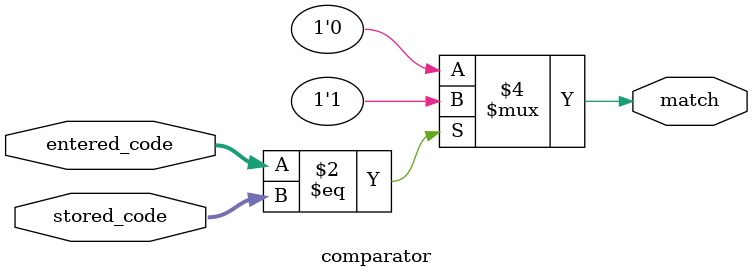
<source format=v>
module comparator #(parameter CODE_LEN = 4)
                   (input wire [CODE_LEN*4 - 1 : 0] entered_code,
                    input wire [CODE_LEN*4 - 1 : 0] stored_code,
                    output reg match
                   );


 
 always @(*) begin
  if (entered_code == stored_code)
    match = 1'b1;
  else 
    match = 1'b0;
 end
endmodule

</source>
